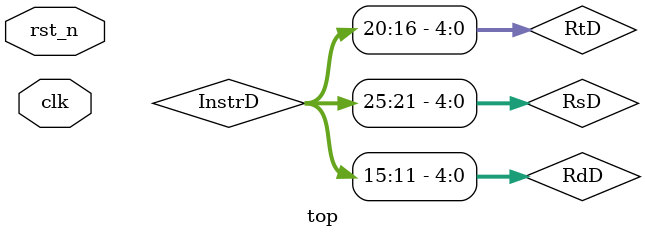
<source format=v>
`timescale 1ns / 1ps
module top(
	input clk,
	input rst_n
    );

wire StallD;
wire StallF;
wire FlushE;
wire [31:0] instr;
wire [31:0] InstrD;
wire RegWriteD, MemtoRegD, MemWriteD, ALUSrcD, RegDstD, BranchD;
wire [31:0] rd_1D;
wire [31:0] rd_2D;
wire [31:0] rd_1E;
wire [31:0] rd_2E;
wire [4:0] RsD;
wire [4:0] RtD;
wire [4:0] RdD;
wire [4:0] RsE;
wire [4:0] RtE;
wire [4:0] RdE;
wire [31:0] SignImmD;
wire [31:0] SignImmE;
wire [31:0] irD;
wire [31:0] irE;
wire [31:0] alu_a;
wire [31:0] alu_b;
wire over_flow;
wire PCSrcD, EqualD;
wire [4:0] WriteRegW;
wire RegWriteE, MemtoRegE, MemWriteE, ALUSrcE, RegDstE;
wire [31:0] ALUOutE;
wire [31:0] ALUOutM;
wire [31:0] WriteDataE;
wire [31:0] WriteDataM;
wire [31:0] r1_dout;
wire [31:0] r2_dout;
wire [31:0] ALUOutW;
wire [4:0] WriteRegE;
wire [4:0] WriteRegM;
wire RegWriteM, MemtoRegM, MemWriteM;
wire RegWriteW, MemtoRegW;
wire [31:0] ReadDataM;
wire [31:0] ReadDataW;
wire [31:0] PC;
wire [31:0] PCF;
wire [31:0] PCPlus4F;
wire [31:0] PCPlus4D;
wire [31:0] ResultW;
wire ForwardAD, ForwardBD;
wire [1:0] ForwardAE;
wire [1:0] ForwardBE;
wire bgtz_en, bgez_en, blez_en, j_en, beq_en, bne_en, jr_en, bltz_en;

reg [3:0] cnt;

assign rd_1D = ForwardAD ? ALUOutM : r1_dout;
assign rd_2D = ForwardBD ? ALUOutM : r2_dout;
assign alu_a = (ForwardAE == 2'b00) ? rd_1E : ((ForwardAE == 2'b01) ? ResultW : ALUOutM);
assign alu_b = ALUSrcE ? SignImmE : ((ForwardBE == 2'b00) ? rd_2E : ((ForwardBE == 2'b01) ? ResultW : ALUOutM));
assign WriteRegE = RegDstE ? RdE : RtE;
assign ResultW = MemtoRegW ? ReadDataW : ALUOutW; 
assign bgtz_en = (InstrD[31:26] == 6'b000111 && InstrD[20:16] == 5'b00000) && (rd_1D > 0) && (!rd_1D[31]);
assign bgez_en = (InstrD[31:26] == 6'b000001 && InstrD[20:16] == 5'b00001) && (!rd_1D[31]);
assign blez_en = (InstrD[31:26] == 6'b000110 && InstrD[20:16] == 5'b00000) && (rd_1D[31] || rd_1D == 32'b0);
assign bltz_en = (InstrD[31:26] == 6'b000001 && InstrD[20:16] == 5'b00000) && (rd_1D[31]);
assign j_en = (InstrD[31:26] == 6'b000010);
assign EqualD = rd_1D == rd_2D;
assign beq_en = EqualD && (InstrD[31:26] == 6'b000100);
assign bne_en = (!EqualD) && (InstrD[31:26] == 6'b000101);
assign jr_en = (InstrD[31:26] == 6'b000000) && (InstrD[5:0] == 6'b001000);
assign PCSrcD = (cnt >= 3) ? (BranchD && (beq_en || bgtz_en || bgez_en || jr_en || j_en || bne_en || blez_en || bltz_en)) : 1'b0;
assign PCPlus4F = PCF + 4;
assign PC = PCSrcD ? SignImmD : PCPlus4F;
assign RsD = InstrD[25:21];
assign RtD = InstrD[20:16];
assign RdD = InstrD[15:11];
assign WriteDataE = (ForwardBE == 2'b00) ? rd_2E : ((ForwardBE == 2'b01) ? ResultW : ALUOutM);

//ex_mem(clk, RegWriteE, MemtoRegE, MemWriteE, ALUOutE, WriteDataE, WriteRegE, RegWriteM, MemtoRegM, MemWriteM, ALUOutM, WriteDataM, WriteRegM);
ex_mem u_ex_mem(clk, RegWriteE, MemtoRegE, MemWriteE, ALUOutE, WriteDataE, WriteRegE, RegWriteM, MemtoRegM, MemWriteM, ALUOutM, WriteDataM, WriteRegM);

//id_ex(clk, RegWriteD, MemtoRegD, MemWriteD, ALUSrcD, RegDstD, rd_1D, rd_2D, RsD, RtD, RdD, SignImmD, irD, FlushE, RegWriteE, MemtoRegE, MemWriteE, ALUSrcE, RegDstE, rd_1E, rd_2E, RsE, RtE, RdE, SignImmE, irE);
id_ex u_id_ex(clk, RegWriteD, MemtoRegD, MemWriteD, ALUSrcD, RegDstD, rd_1D, rd_2D, RsD, RtD, RdD, SignImmD, irD, FlushE, RegWriteE, MemtoRegE, MemWriteE, ALUSrcE, RegDstE, rd_1E, rd_2E, RsE, RtE, RdE, SignImmE, irE);

//before_instr_mem(clk, rst_n, PCSrcD, StallF, PC, PCF);
before_instr_mem u_bim(clk, rst_n, PCSrcD, StallF, PC, PCF);

//data_mem(clka, wea, addra, dina, douta);
//data_mem u_dm(clk, MemWriteM, ALUOutM[8:0], WriteDataM, ReadDataM);

//distributed
//data_mem(a, d, clk, we, spo);
data_mem u_dm(ALUOutM[8:0], WriteDataM, clk, MemWriteM, ReadDataM);

//instr_mem(a, spo);
instr_mem u_im(PCF[10:2], instr);

//if_id(clk, CLR, StallD, PCPlus4F, instr, InstrD, PCPlus4D);
if_id u_if_id(clk, PCSrcD, StallD, PCPlus4F, instr, InstrD, PCPlus4D);

//cu(rst_n, cnt, InstrD, irD, RegWriteD, MemtoRegD, MemWriteD, ALUSrcD, RegDstD, BranchD);
cu u_cu(rst_n, cnt, InstrD, irD, RegWriteD, MemtoRegD, MemWriteD, ALUSrcD, RegDstD, BranchD);

//alu(alu_a, alu_b, ir, over_flow, alu_out);
alu u_alu(alu_a, alu_b, irE, over_flow, ALUOutE);

//mem_wb(clk, RegWriteM, MemtoRegM, ReadDataM, ALUOutM, WriteRegM, RegWriteW, MemtoRegW, ReadDataW, ALUOutW, WriteRegW);
mem_wb u_mem_wb(clk, RegWriteM, MemtoRegM, ReadDataM, ALUOutM, WriteRegM, RegWriteW, MemtoRegW, ReadDataW, ALUOutW, WriteRegW);

//reg_file(clk, rst_n, r1_addr, r2_addr, r3_addr, r3_din, r3_wr, r1_dout, r2_dout);  
reg_file u_reg_file(clk, rst_n, InstrD[25:21], InstrD[20:16], WriteRegW, ResultW, RegWriteW, r1_dout, r2_dout);

//sign_extend(instr, rd_1D, PCPlus4D, imm, offset);
sign_extend u_sign_extend(InstrD, rd_1D, PCPlus4D, InstrD[15:0], SignImmD);

//hazard_unit(rst_n, pc, RegWriteE, RegWriteM, RegWriteW, MemtoRegE, MemtoRegM, BranchD, WriteRegE, WriteRegM, WriteRegW, RsD, RtD, RsE, RtE, StallF, StallD, FlushE, ForwardAD, ForwardBD, ForwardAE, ForwardBE);
hazard_unit u_hazard_unit(rst_n, cnt, RegWriteE, RegWriteM, RegWriteW, MemtoRegE, MemtoRegM, BranchD, WriteRegE, WriteRegM, WriteRegW, RsD, RtD, RsE, RtE, StallF, StallD, FlushE, ForwardAD, ForwardBD, ForwardAE, ForwardBE);

always@(posedge clk or negedge rst_n)
begin
	if(!rst_n)
		cnt <= 0;
	else if(j_en || jr_en || (PCSrcD && (bgtz_en || beq_en || bne_en || bgez_en || blez_en || bltz_en)))
		cnt <= 7;
	else if(cnt == 7)
		cnt <= 8;
	else if(cnt == 8)
		cnt <= 6;
	else if(cnt < 6)
		cnt <= cnt + 1;
	else if(cnt == 6)
		cnt <= cnt;
end

endmodule

</source>
